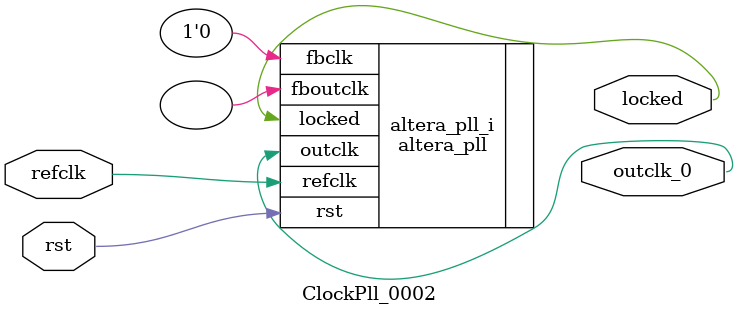
<source format=v>
`timescale 1ns/10ps
module  ClockPll_0002(

	// interface 'refclk'
	input wire refclk,

	// interface 'reset'
	input wire rst,

	// interface 'outclk0'
	output wire outclk_0,

	// interface 'locked'
	output wire locked
);

	altera_pll #(
		.fractional_vco_multiplier("false"),
		.reference_clock_frequency("50.0 MHz"),
		.operation_mode("direct"),
		.number_of_clocks(1),
		.output_clock_frequency0("85.858585 MHz"),
		.phase_shift0("0 ps"),
		.duty_cycle0(50),
		.output_clock_frequency1("0 MHz"),
		.phase_shift1("0 ps"),
		.duty_cycle1(50),
		.output_clock_frequency2("0 MHz"),
		.phase_shift2("0 ps"),
		.duty_cycle2(50),
		.output_clock_frequency3("0 MHz"),
		.phase_shift3("0 ps"),
		.duty_cycle3(50),
		.output_clock_frequency4("0 MHz"),
		.phase_shift4("0 ps"),
		.duty_cycle4(50),
		.output_clock_frequency5("0 MHz"),
		.phase_shift5("0 ps"),
		.duty_cycle5(50),
		.output_clock_frequency6("0 MHz"),
		.phase_shift6("0 ps"),
		.duty_cycle6(50),
		.output_clock_frequency7("0 MHz"),
		.phase_shift7("0 ps"),
		.duty_cycle7(50),
		.output_clock_frequency8("0 MHz"),
		.phase_shift8("0 ps"),
		.duty_cycle8(50),
		.output_clock_frequency9("0 MHz"),
		.phase_shift9("0 ps"),
		.duty_cycle9(50),
		.output_clock_frequency10("0 MHz"),
		.phase_shift10("0 ps"),
		.duty_cycle10(50),
		.output_clock_frequency11("0 MHz"),
		.phase_shift11("0 ps"),
		.duty_cycle11(50),
		.output_clock_frequency12("0 MHz"),
		.phase_shift12("0 ps"),
		.duty_cycle12(50),
		.output_clock_frequency13("0 MHz"),
		.phase_shift13("0 ps"),
		.duty_cycle13(50),
		.output_clock_frequency14("0 MHz"),
		.phase_shift14("0 ps"),
		.duty_cycle14(50),
		.output_clock_frequency15("0 MHz"),
		.phase_shift15("0 ps"),
		.duty_cycle15(50),
		.output_clock_frequency16("0 MHz"),
		.phase_shift16("0 ps"),
		.duty_cycle16(50),
		.output_clock_frequency17("0 MHz"),
		.phase_shift17("0 ps"),
		.duty_cycle17(50),
		.pll_type("General"),
		.pll_subtype("General")
	) altera_pll_i (
		.rst	(rst),
		.outclk	({outclk_0}),
		.locked	(locked),
		.fboutclk	( ),
		.fbclk	(1'b0),
		.refclk	(refclk)
	);
endmodule


</source>
